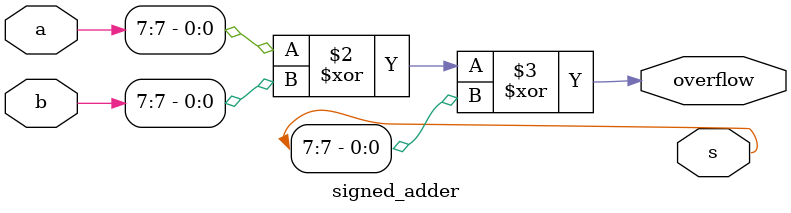
<source format=v>

module signed_adder(input [7:0] a,
    input [7:0] b,
    output [7:0] s,
    output overflow
); 

// The numbers a and b are added to the output s. 
// assign the occurence of the signed overflow of a and b to the output overflow.
// a signed overflow occurs if the most significant bits of a and b are low and the most significant bit of s is high
// a signed overflow may also occur if the most significant bits of a and b are high and the most significant bit of s is low



assign overflow = -a[7] ^ b[7] ^ s[7]; // xor the most significant bit of overflow with the output of the XOR and C_IN

endmodule

</source>
